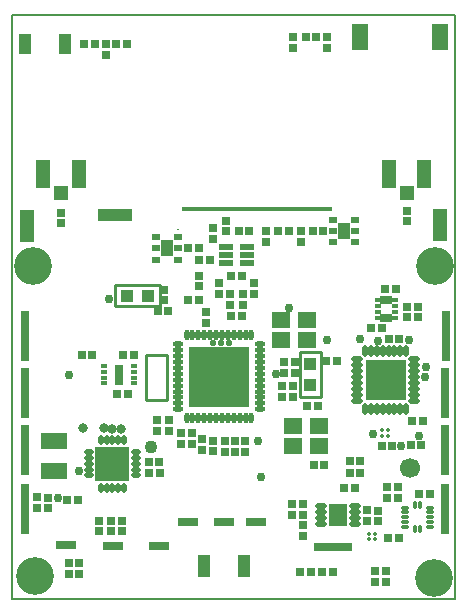
<source format=gts>
%FSLAX25Y25*%
%MOIN*%
G70*
G01*
G75*
G04 Layer_Color=8388736*
%ADD10C,0.01244*%
%ADD11C,0.01772*%
%ADD12C,0.00787*%
%ADD13C,0.01000*%
%ADD14C,0.01575*%
%ADD15R,0.01969X0.01969*%
%ADD16R,0.01969X0.01969*%
%ADD17R,0.19291X0.19291*%
%ADD18O,0.00984X0.02756*%
%ADD19O,0.02756X0.00984*%
%ADD20R,0.04134X0.04134*%
%ADD21R,0.04134X0.08858*%
%ADD22R,0.01083X0.00984*%
%ADD23R,0.01083X0.01969*%
%ADD24R,0.03150X0.06693*%
%ADD25R,0.07992X0.05000*%
%ADD26R,0.05512X0.04724*%
%ADD27R,0.12992X0.12992*%
%ADD28O,0.00984X0.03150*%
%ADD29O,0.03150X0.00984*%
%ADD30R,0.03937X0.01575*%
%ADD31R,0.03150X0.03543*%
%ADD32R,0.03543X0.03150*%
%ADD33C,0.00787*%
%ADD34R,0.02362X0.01969*%
%ADD35C,0.05906*%
%ADD36O,0.02559X0.00984*%
%ADD37O,0.00984X0.02559*%
%ADD38R,0.11024X0.11024*%
%ADD39R,0.03543X0.06299*%
%ADD40R,0.04921X0.07874*%
%ADD41R,0.05118X0.06693*%
%ADD42O,0.02559X0.00787*%
%ADD43O,0.00787X0.02559*%
%ADD44R,0.03307X0.04803*%
%ADD45R,0.01740X0.01378*%
%ADD46R,0.01772X0.00984*%
%ADD47R,0.02756X0.06299*%
%ADD48C,0.01264*%
%ADD49C,0.01969*%
%ADD50C,0.00866*%
%ADD51C,0.00709*%
%ADD52C,0.00800*%
%ADD53C,0.00591*%
%ADD54C,0.00669*%
%ADD55C,0.00984*%
%ADD56C,0.01181*%
%ADD57C,0.01378*%
%ADD58C,0.01410*%
%ADD59R,0.01953X0.01969*%
%ADD60R,0.02953X0.01969*%
%ADD61R,0.05906X0.04134*%
%ADD62R,0.04423X0.05873*%
%ADD63R,0.09700X0.03900*%
%ADD64R,0.06400X0.04800*%
%ADD65R,0.02400X0.02800*%
%ADD66R,0.02800X0.02400*%
%ADD67R,0.02500X0.02800*%
%ADD68R,0.15900X0.01100*%
%ADD69R,0.02589X0.09647*%
%ADD70R,0.01975X0.09510*%
%ADD71R,0.05649X0.04800*%
%ADD72R,0.18046X0.01322*%
%ADD73R,0.18000X0.02233*%
%ADD74R,0.01364X0.08514*%
%ADD75R,0.01331X0.08465*%
%ADD76R,0.22123X0.02927*%
%ADD77R,0.09823X0.14573*%
%ADD78R,0.08600X0.05500*%
%ADD79R,0.08100X0.05600*%
%ADD80R,0.03700X0.03400*%
%ADD81R,0.06197X0.04400*%
%ADD82R,0.22700X0.03200*%
%ADD83R,0.08421X0.04909*%
%ADD84R,0.01422X0.05191*%
%ADD85R,0.01545X0.00445*%
%ADD86R,0.01558X0.02675*%
%ADD87R,0.04000X0.02020*%
%ADD88C,0.02165*%
%ADD89C,0.01969*%
%ADD90C,0.01575*%
%ADD91C,0.01772*%
%ADD92C,0.11811*%
%ADD93C,0.03543*%
%ADD94C,0.02598*%
%ADD95C,0.02756*%
%ADD96C,0.02559*%
%ADD97C,0.02362*%
%ADD98C,0.02756*%
%ADD99C,0.03937*%
%ADD100R,0.04724X0.05315*%
%ADD101R,0.03937X0.01378*%
%ADD102R,0.03937X0.05709*%
%ADD103R,0.05000X0.07992*%
%ADD104R,0.09843X0.06890*%
%ADD105R,0.00906X0.03150*%
%ADD106R,0.06299X0.09843*%
%ADD107R,0.04724X0.19685*%
%ADD108R,0.06299X0.11811*%
%ADD109O,0.00591X0.01969*%
%ADD110O,0.02953X0.00984*%
%ADD111O,0.00984X0.02953*%
%ADD112R,0.07087X0.07480*%
%ADD113R,0.09055X0.07480*%
%ADD114R,0.01575X0.05512*%
%ADD115C,0.00394*%
%ADD116C,0.00276*%
%ADD117C,0.00291*%
%ADD118R,0.06800X0.02800*%
%ADD119R,0.03123X0.17100*%
%ADD120R,0.05000X0.10600*%
%ADD121R,0.11300X0.04200*%
%ADD122R,0.50400X0.01200*%
%ADD123R,0.02911X0.17100*%
%ADD124R,0.12600X0.02800*%
%ADD125R,0.02756X0.02756*%
%ADD126R,0.02756X0.02756*%
%ADD127R,0.20079X0.20079*%
%ADD128O,0.01772X0.03543*%
%ADD129O,0.03543X0.01772*%
%ADD130R,0.04921X0.04921*%
%ADD131R,0.04921X0.09646*%
%ADD132R,0.01870X0.01772*%
%ADD133R,0.01870X0.02756*%
%ADD134R,0.03937X0.07480*%
%ADD135R,0.08780X0.05787*%
%ADD136R,0.06299X0.05512*%
%ADD137R,0.13780X0.13780*%
%ADD138O,0.01772X0.03937*%
%ADD139O,0.03937X0.01772*%
%ADD140R,0.04567X0.02205*%
%ADD141R,0.03937X0.04331*%
%ADD142R,0.04331X0.03937*%
%ADD143C,0.01339*%
%ADD144R,0.03150X0.02756*%
%ADD145C,0.06693*%
%ADD146O,0.03347X0.01772*%
%ADD147O,0.01772X0.03347*%
%ADD148R,0.11811X0.11811*%
%ADD149R,0.04331X0.07087*%
%ADD150R,0.05709X0.08661*%
%ADD151R,0.05906X0.07480*%
%ADD152O,0.03110X0.01339*%
%ADD153O,0.01339X0.03110*%
%ADD154R,0.04095X0.05591*%
%ADD155R,0.02528X0.02165*%
%ADD156R,0.02165X0.01378*%
%ADD157C,0.02953*%
%ADD158C,0.02126*%
%ADD159C,0.12598*%
%ADD160C,0.04331*%
%ADD161C,0.02559*%
%ADD162C,0.03150*%
D12*
X0Y0D02*
Y194587D01*
Y0D02*
X147638D01*
X0Y194587D02*
X147638D01*
Y0D02*
Y194587D01*
D13*
X44700Y81500D02*
X51700D01*
Y66500D02*
Y81500D01*
X44700Y66500D02*
X51700D01*
X44700D02*
Y81500D01*
X95811Y67260D02*
Y82260D01*
X102811D01*
Y67260D02*
Y82260D01*
X95811Y67260D02*
X102811D01*
X34189Y104583D02*
X49189D01*
Y97583D02*
Y104583D01*
X34189Y97583D02*
X49189D01*
X34189D02*
Y104583D01*
D24*
X35500Y74843D02*
D03*
D54*
X55122Y123322D02*
X55300Y123500D01*
D118*
X17800Y17900D02*
D03*
X33700Y17800D02*
D03*
X48800Y17700D02*
D03*
X58700Y25700D02*
D03*
X81300Y25800D02*
D03*
X70400Y25700D02*
D03*
D119*
X4239Y30050D02*
D03*
Y49650D02*
D03*
Y68850D02*
D03*
X144339D02*
D03*
Y49650D02*
D03*
Y30050D02*
D03*
D120*
X142700Y124600D02*
D03*
X4900Y124400D02*
D03*
D121*
X34350Y127900D02*
D03*
D122*
X81500Y130100D02*
D03*
D123*
X4344Y87884D02*
D03*
X144445D02*
D03*
D124*
X106900Y17500D02*
D03*
D125*
X18736Y8300D02*
D03*
X22279D02*
D03*
X18736Y12000D02*
D03*
X22279D02*
D03*
X104536Y79500D02*
D03*
X108080D02*
D03*
X72933Y107677D02*
D03*
X76476D02*
D03*
X27479Y184900D02*
D03*
X23936D02*
D03*
X34721D02*
D03*
X38264D02*
D03*
X58663Y116929D02*
D03*
X62206D02*
D03*
X65764Y112992D02*
D03*
X62221D02*
D03*
X58660Y99705D02*
D03*
X62203D02*
D03*
X101319Y187224D02*
D03*
X97776D02*
D03*
X103642Y122638D02*
D03*
X100098D02*
D03*
X88583D02*
D03*
X92126D02*
D03*
X75492Y122629D02*
D03*
X79035D02*
D03*
X73032Y94390D02*
D03*
X76575D02*
D03*
X119587Y90453D02*
D03*
X123130D02*
D03*
X38480Y68500D02*
D03*
X34936D02*
D03*
X26680Y81400D02*
D03*
X23136D02*
D03*
X49016Y45768D02*
D03*
X45472D02*
D03*
X49114Y41929D02*
D03*
X45571D02*
D03*
X18209Y32972D02*
D03*
X21752D02*
D03*
X48425Y96063D02*
D03*
X51968D02*
D03*
X56299Y55512D02*
D03*
X59842D02*
D03*
X56299Y51772D02*
D03*
X59842D02*
D03*
X74114Y52756D02*
D03*
X77658D02*
D03*
Y49016D02*
D03*
X74114D02*
D03*
X100492Y44685D02*
D03*
X104035D02*
D03*
X98327Y64272D02*
D03*
X101870D02*
D03*
X126673Y51181D02*
D03*
X123130D02*
D03*
X133320Y59500D02*
D03*
X136864D02*
D03*
X132776Y51279D02*
D03*
X136319D02*
D03*
X129035Y86614D02*
D03*
X125492D02*
D03*
X124213Y103347D02*
D03*
X127756D02*
D03*
X99506Y8995D02*
D03*
X95963D02*
D03*
X115945Y46161D02*
D03*
X112402D02*
D03*
Y42028D02*
D03*
X115945D02*
D03*
X124408Y9498D02*
D03*
X120865D02*
D03*
X139075Y35138D02*
D03*
X135531D02*
D03*
X128839Y20276D02*
D03*
X125295D02*
D03*
X128445Y37500D02*
D03*
X124902D02*
D03*
X110531Y37106D02*
D03*
X114075D02*
D03*
X128445Y33563D02*
D03*
X124902D02*
D03*
X40564Y81500D02*
D03*
X37020D02*
D03*
X120865Y5857D02*
D03*
X124408D02*
D03*
X89862Y67224D02*
D03*
X93405D02*
D03*
X89862Y70965D02*
D03*
X93405D02*
D03*
D126*
X8300Y30357D02*
D03*
Y33900D02*
D03*
X12000Y33884D02*
D03*
Y30341D02*
D03*
X93400Y187264D02*
D03*
Y183721D02*
D03*
X63300Y49821D02*
D03*
Y53364D02*
D03*
X31092Y181395D02*
D03*
Y184939D02*
D03*
X16100Y128879D02*
D03*
Y125336D02*
D03*
X66831Y120079D02*
D03*
Y123622D02*
D03*
X62205Y104331D02*
D03*
Y107874D02*
D03*
X64567Y92126D02*
D03*
Y95669D02*
D03*
X104800Y187279D02*
D03*
Y183736D02*
D03*
X131560Y129547D02*
D03*
Y126004D02*
D03*
X96063Y119093D02*
D03*
Y122636D02*
D03*
X84646Y119095D02*
D03*
Y122638D02*
D03*
X71268Y126173D02*
D03*
Y122630D02*
D03*
X80710Y101772D02*
D03*
Y105315D02*
D03*
X68799Y101870D02*
D03*
Y105413D02*
D03*
X76870Y101575D02*
D03*
Y98032D02*
D03*
X72638Y101575D02*
D03*
Y98032D02*
D03*
X135236Y93996D02*
D03*
Y97539D02*
D03*
X131496Y93996D02*
D03*
Y97539D02*
D03*
X29000Y22600D02*
D03*
Y26143D02*
D03*
X36600Y22600D02*
D03*
Y26143D02*
D03*
X32800Y22600D02*
D03*
Y26143D02*
D03*
X94291Y75492D02*
D03*
Y79035D02*
D03*
X90551Y75492D02*
D03*
Y79035D02*
D03*
X50591Y103150D02*
D03*
Y99606D02*
D03*
X48386Y59756D02*
D03*
Y56213D02*
D03*
X52126D02*
D03*
Y59756D02*
D03*
X70768Y49213D02*
D03*
Y52756D02*
D03*
X121850Y29528D02*
D03*
Y25984D02*
D03*
X118209Y29626D02*
D03*
Y26083D02*
D03*
X96949Y21161D02*
D03*
Y24705D02*
D03*
X93110Y31594D02*
D03*
Y28051D02*
D03*
X96949Y31594D02*
D03*
Y28051D02*
D03*
X67000Y52880D02*
D03*
Y49336D02*
D03*
D127*
X68898Y74114D02*
D03*
D128*
X79724Y60335D02*
D03*
X77756D02*
D03*
X75787D02*
D03*
X73819D02*
D03*
X71850D02*
D03*
X69882D02*
D03*
X67913D02*
D03*
X65945D02*
D03*
X63976D02*
D03*
X62008D02*
D03*
X60039D02*
D03*
X58071D02*
D03*
Y87894D02*
D03*
X60039D02*
D03*
X62008D02*
D03*
X63976D02*
D03*
X65945D02*
D03*
X67913D02*
D03*
X69882D02*
D03*
X71850D02*
D03*
X73819D02*
D03*
X75787D02*
D03*
X77756D02*
D03*
X79724D02*
D03*
D129*
X55118Y63287D02*
D03*
Y65256D02*
D03*
Y67224D02*
D03*
Y69193D02*
D03*
Y71161D02*
D03*
Y73130D02*
D03*
Y75098D02*
D03*
Y77067D02*
D03*
Y79035D02*
D03*
Y81004D02*
D03*
Y82973D02*
D03*
Y84941D02*
D03*
X82677D02*
D03*
Y82973D02*
D03*
Y81004D02*
D03*
Y79035D02*
D03*
Y77067D02*
D03*
Y75098D02*
D03*
Y73130D02*
D03*
Y71161D02*
D03*
Y69193D02*
D03*
Y67224D02*
D03*
Y65256D02*
D03*
Y63287D02*
D03*
D130*
X16226Y135517D02*
D03*
X131461Y135551D02*
D03*
D131*
X22131Y141717D02*
D03*
X10321D02*
D03*
X137367Y141752D02*
D03*
X125556D02*
D03*
D132*
X127657Y99705D02*
D03*
Y97736D02*
D03*
Y95768D02*
D03*
Y93799D02*
D03*
X121752D02*
D03*
Y95768D02*
D03*
Y97736D02*
D03*
Y99705D02*
D03*
D133*
X125689D02*
D03*
X123721D02*
D03*
X125689Y93799D02*
D03*
X123721D02*
D03*
D134*
X77286Y10900D02*
D03*
X63900D02*
D03*
D135*
X13976Y52618D02*
D03*
Y42618D02*
D03*
D136*
X89567Y92913D02*
D03*
X98228D02*
D03*
Y86221D02*
D03*
X89567D02*
D03*
X93701Y57677D02*
D03*
X102362D02*
D03*
Y50984D02*
D03*
X93701D02*
D03*
D137*
X124409Y73032D02*
D03*
D138*
X117520Y82677D02*
D03*
X119488D02*
D03*
X121457D02*
D03*
X123425D02*
D03*
X125394D02*
D03*
X127362D02*
D03*
X129331D02*
D03*
X131299D02*
D03*
Y63386D02*
D03*
X129331D02*
D03*
X127362D02*
D03*
X125394D02*
D03*
X123425D02*
D03*
X121457D02*
D03*
X119488D02*
D03*
X117520D02*
D03*
D139*
X134055Y79921D02*
D03*
Y77953D02*
D03*
Y75984D02*
D03*
Y74016D02*
D03*
Y72047D02*
D03*
Y70079D02*
D03*
Y68110D02*
D03*
Y66142D02*
D03*
X114764D02*
D03*
Y68110D02*
D03*
Y70079D02*
D03*
Y72047D02*
D03*
Y74016D02*
D03*
Y75984D02*
D03*
Y77953D02*
D03*
Y79921D02*
D03*
X102756Y30906D02*
D03*
Y28937D02*
D03*
Y26969D02*
D03*
Y25000D02*
D03*
X114173D02*
D03*
Y26969D02*
D03*
Y28937D02*
D03*
Y30906D02*
D03*
D140*
X78347Y117323D02*
D03*
Y114764D02*
D03*
Y112205D02*
D03*
X71260D02*
D03*
Y114764D02*
D03*
Y117323D02*
D03*
D141*
X99311Y71260D02*
D03*
Y78347D02*
D03*
D142*
X38189Y101083D02*
D03*
X45276D02*
D03*
D143*
X125098Y54528D02*
D03*
X123130D02*
D03*
X125098Y56496D02*
D03*
X123130D02*
D03*
X120784Y21886D02*
D03*
Y19917D02*
D03*
X118816Y21886D02*
D03*
Y19917D02*
D03*
D144*
X103345Y8995D02*
D03*
X106888D02*
D03*
D145*
X132600Y43600D02*
D03*
D146*
X25394Y49114D02*
D03*
Y47146D02*
D03*
Y45177D02*
D03*
Y43209D02*
D03*
Y41240D02*
D03*
X41339D02*
D03*
Y43209D02*
D03*
Y45177D02*
D03*
Y47146D02*
D03*
Y49114D02*
D03*
D147*
X29429Y37205D02*
D03*
X31398D02*
D03*
X33366D02*
D03*
X35335D02*
D03*
X37303D02*
D03*
Y53150D02*
D03*
X35335D02*
D03*
X33366D02*
D03*
X31398D02*
D03*
X29429D02*
D03*
D148*
X33366Y45177D02*
D03*
D149*
X17685Y184941D02*
D03*
X4299D02*
D03*
D150*
X116021Y187325D02*
D03*
X142595D02*
D03*
D151*
X108465Y27953D02*
D03*
D152*
X131004Y30512D02*
D03*
Y28937D02*
D03*
Y27362D02*
D03*
Y25787D02*
D03*
Y24213D02*
D03*
X139075D02*
D03*
Y25787D02*
D03*
Y27362D02*
D03*
Y28937D02*
D03*
Y30512D02*
D03*
D153*
X134252Y23327D02*
D03*
X135827D02*
D03*
Y31398D02*
D03*
X134252D02*
D03*
D154*
X51500Y116900D02*
D03*
X110600Y122700D02*
D03*
D155*
X55122Y113160D02*
D03*
Y116900D02*
D03*
Y120640D02*
D03*
X47878Y113160D02*
D03*
Y116900D02*
D03*
Y120640D02*
D03*
X106978Y126440D02*
D03*
Y122700D02*
D03*
Y118960D02*
D03*
X114222Y126440D02*
D03*
Y122700D02*
D03*
Y118960D02*
D03*
D156*
X30400Y71900D02*
D03*
Y73869D02*
D03*
Y75837D02*
D03*
Y77806D02*
D03*
X40600D02*
D03*
Y75837D02*
D03*
Y73869D02*
D03*
Y71900D02*
D03*
D157*
X18996Y74705D02*
D03*
X81791Y52756D02*
D03*
X87996Y75102D02*
D03*
X120276Y55216D02*
D03*
X115748Y86811D02*
D03*
X135531Y54527D02*
D03*
X83000Y40600D02*
D03*
X137992Y77362D02*
D03*
X137697Y74213D02*
D03*
X22244Y42815D02*
D03*
X15157Y33661D02*
D03*
X104921Y86221D02*
D03*
X92300Y96900D02*
D03*
X32087Y100197D02*
D03*
X129626Y51181D02*
D03*
X132283Y86417D02*
D03*
X122047Y86122D02*
D03*
D158*
X72933Y77756D02*
D03*
X68996D02*
D03*
Y73819D02*
D03*
X72933D02*
D03*
Y69882D02*
D03*
X68996D02*
D03*
X65059D02*
D03*
Y73819D02*
D03*
Y77756D02*
D03*
Y81693D02*
D03*
X68996D02*
D03*
X72933D02*
D03*
X76870D02*
D03*
Y77756D02*
D03*
Y73819D02*
D03*
Y69882D02*
D03*
Y65945D02*
D03*
X72933D02*
D03*
X68996D02*
D03*
X65059D02*
D03*
X61122Y81693D02*
D03*
Y73819D02*
D03*
Y69882D02*
D03*
Y77756D02*
D03*
X67028Y85335D02*
D03*
X69587Y85335D02*
D03*
X72244Y85335D02*
D03*
X61122Y65945D02*
D03*
D159*
X140748Y111024D02*
D03*
X6791D02*
D03*
X140551Y7087D02*
D03*
X7480Y7874D02*
D03*
D160*
X46260Y50787D02*
D03*
D161*
X35500Y74800D02*
D03*
D162*
X33268Y56791D02*
D03*
X36122D02*
D03*
X23425Y56988D02*
D03*
X30512D02*
D03*
M02*

</source>
